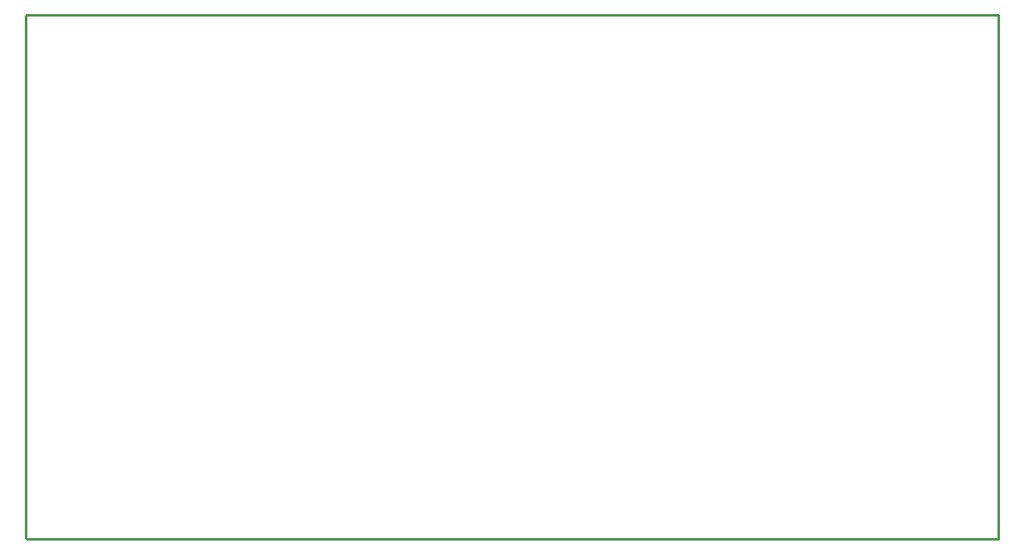
<source format=gko>
G04*
G04 #@! TF.GenerationSoftware,Altium Limited,Altium Designer,20.0.9 (164)*
G04*
G04 Layer_Color=16711935*
%FSLAX25Y25*%
%MOIN*%
G70*
G01*
G75*
%ADD13C,0.01000*%
D13*
X391000Y0D02*
Y211000D01*
X382000D02*
X391000D01*
X0D02*
X382000D01*
X-500Y210500D02*
X0Y211000D01*
X-500Y500D02*
Y210500D01*
Y500D02*
X0Y0D01*
X391000D01*
M02*

</source>
